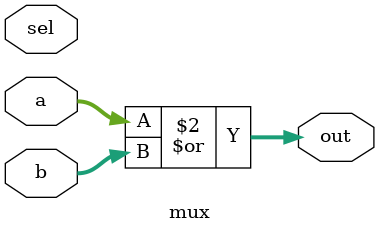
<source format=v>
module mux( 
input [4:0] a, b,
input sel,
output [4:0] out );
// When sel=0, assign a to out. 
// When sel=1, assign b to out.
always@(*)
  out <= a | b;
endmodule

</source>
